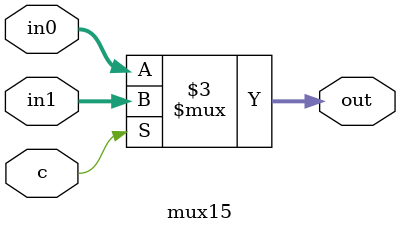
<source format=v>
`timescale 1ns / 1ps

module mux15(
    input c,
    input [4:0]in0,in1,
    output reg [4:0]out
    );
    always @* begin
        if(c) begin
            out =in1;
        end
        else begin
            out=in0;
        end
    end
endmodule

</source>
